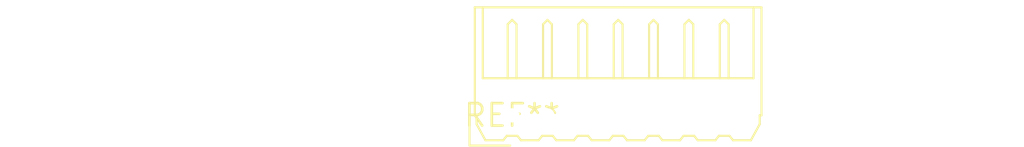
<source format=kicad_pcb>
(kicad_pcb (version 20240108) (generator pcbnew)
  (layers (0 "F.Cu" signal) (31 "B.Cu" signal) (34 "B.Paste" user) (35 "F.Paste" user) (36 "B.SilkS" user "B.Silkscreen") (37 "F.SilkS" user "F.Silkscreen") (38 "B.Mask" user) (39 "F.Mask" user) (44 "Edge.Cuts" user))
  (net 0 "")
  (footprint "Molex_Micro-Latch_53254-0770_1x07_P2.00mm_Horizontal" (layer "F.Cu") (at 0 0)
    (property "Reference" "REF**")
    (property "Value" "Molex_Micro-Latch_53254-0770_1x07_P2.00mm_Horizontal")
    (fp_line (start -2.41 1.71) (end -2.41 -0.59) (layer "F.SilkS") (stroke (width 0.12)))
    (fp_line (start -2.11 -6.11) (end 6 -6.11) (layer "F.SilkS") (stroke (width 0.12)))
    (fp_line (start -2.11 0) (end -2.11 -6.11) (layer "F.SilkS") (stroke (width 0.12)))
    (fp_line (start -2.01 0) (end -2.11 0) (layer "F.SilkS") (stroke (width 0.12)))
    (fp_line (start -2.01 0.5) (end -2.01 0) (layer "F.SilkS") (stroke (width 0.12)))
    (fp_line (start -1.66 -6.11) (end -1.66 -2.1) (layer "F.SilkS") (stroke (width 0.12)))
    (fp_line (start -1.66 -2.1) (end 13.66 -2.1) (layer "F.SilkS") (stroke (width 0.12)))
    (fp_line (start -1.51 1.41) (end -2.01 0.5) (layer "F.SilkS") (stroke (width 0.12)))
    (fp_line (start -0.5 1.41) (end -1.51 1.41) (layer "F.SilkS") (stroke (width 0.12)))
    (fp_line (start -0.3 1.16) (end -0.5 1.41) (layer "F.SilkS") (stroke (width 0.12)))
    (fp_line (start -0.3 1.16) (end 0.3 1.16) (layer "F.SilkS") (stroke (width 0.12)))
    (fp_line (start -0.25 -5.15) (end 0 -5.4) (layer "F.SilkS") (stroke (width 0.12)))
    (fp_line (start -0.25 -2.1) (end -0.25 -5.15) (layer "F.SilkS") (stroke (width 0.12)))
    (fp_line (start -0.11 1.71) (end -2.41 1.71) (layer "F.SilkS") (stroke (width 0.12)))
    (fp_line (start 0 -5.4) (end 0.25 -5.15) (layer "F.SilkS") (stroke (width 0.12)))
    (fp_line (start 0.25 -5.15) (end 0.25 -2.1) (layer "F.SilkS") (stroke (width 0.12)))
    (fp_line (start 0.3 1.16) (end 0.5 1.41) (layer "F.SilkS") (stroke (width 0.12)))
    (fp_line (start 0.5 1.41) (end 1.5 1.41) (layer "F.SilkS") (stroke (width 0.12)))
    (fp_line (start 1.5 1.41) (end 1.7 1.16) (layer "F.SilkS") (stroke (width 0.12)))
    (fp_line (start 1.7 1.16) (end 2.3 1.16) (layer "F.SilkS") (stroke (width 0.12)))
    (fp_line (start 1.75 -5.15) (end 2 -5.4) (layer "F.SilkS") (stroke (width 0.12)))
    (fp_line (start 1.75 -2.1) (end 1.75 -5.15) (layer "F.SilkS") (stroke (width 0.12)))
    (fp_line (start 2 -5.4) (end 2.25 -5.15) (layer "F.SilkS") (stroke (width 0.12)))
    (fp_line (start 2.25 -5.15) (end 2.25 -2.1) (layer "F.SilkS") (stroke (width 0.12)))
    (fp_line (start 2.3 1.16) (end 2.5 1.41) (layer "F.SilkS") (stroke (width 0.12)))
    (fp_line (start 2.5 1.41) (end 3.5 1.41) (layer "F.SilkS") (stroke (width 0.12)))
    (fp_line (start 3.5 1.41) (end 3.7 1.16) (layer "F.SilkS") (stroke (width 0.12)))
    (fp_line (start 3.7 1.16) (end 4.3 1.16) (layer "F.SilkS") (stroke (width 0.12)))
    (fp_line (start 3.75 -5.15) (end 4 -5.4) (layer "F.SilkS") (stroke (width 0.12)))
    (fp_line (start 3.75 -2.1) (end 3.75 -5.15) (layer "F.SilkS") (stroke (width 0.12)))
    (fp_line (start 4 -5.4) (end 4.25 -5.15) (layer "F.SilkS") (stroke (width 0.12)))
    (fp_line (start 4.25 -5.15) (end 4.25 -2.1) (layer "F.SilkS") (stroke (width 0.12)))
    (fp_line (start 4.3 1.16) (end 4.5 1.41) (layer "F.SilkS") (stroke (width 0.12)))
    (fp_line (start 4.5 1.41) (end 5.5 1.41) (layer "F.SilkS") (stroke (width 0.12)))
    (fp_line (start 5.5 1.41) (end 5.7 1.16) (layer "F.SilkS") (stroke (width 0.12)))
    (fp_line (start 5.7 1.16) (end 6.3 1.16) (layer "F.SilkS") (stroke (width 0.12)))
    (fp_line (start 5.75 -5.15) (end 6 -5.4) (layer "F.SilkS") (stroke (width 0.12)))
    (fp_line (start 5.75 -2.1) (end 5.75 -5.15) (layer "F.SilkS") (stroke (width 0.12)))
    (fp_line (start 6 -5.4) (end 6.25 -5.15) (layer "F.SilkS") (stroke (width 0.12)))
    (fp_line (start 6.25 -5.15) (end 6.25 -2.1) (layer "F.SilkS") (stroke (width 0.12)))
    (fp_line (start 6.3 1.16) (end 6.5 1.41) (layer "F.SilkS") (stroke (width 0.12)))
    (fp_line (start 6.5 1.41) (end 7.5 1.41) (layer "F.SilkS") (stroke (width 0.12)))
    (fp_line (start 7.5 1.41) (end 7.7 1.16) (layer "F.SilkS") (stroke (width 0.12)))
    (fp_line (start 7.7 1.16) (end 8.3 1.16) (layer "F.SilkS") (stroke (width 0.12)))
    (fp_line (start 7.75 -5.15) (end 8 -5.4) (layer "F.SilkS") (stroke (width 0.12)))
    (fp_line (start 7.75 -2.1) (end 7.75 -5.15) (layer "F.SilkS") (stroke (width 0.12)))
    (fp_line (start 8 -5.4) (end 8.25 -5.15) (layer "F.SilkS") (stroke (width 0.12)))
    (fp_line (start 8.25 -5.15) (end 8.25 -2.1) (layer "F.SilkS") (stroke (width 0.12)))
    (fp_line (start 8.3 1.16) (end 8.5 1.41) (layer "F.SilkS") (stroke (width 0.12)))
    (fp_line (start 8.5 1.41) (end 9.5 1.41) (layer "F.SilkS") (stroke (width 0.12)))
    (fp_line (start 9.5 1.41) (end 9.7 1.16) (layer "F.SilkS") (stroke (width 0.12)))
    (fp_line (start 9.7 1.16) (end 10.3 1.16) (layer "F.SilkS") (stroke (width 0.12)))
    (fp_line (start 9.75 -5.15) (end 10 -5.4) (layer "F.SilkS") (stroke (width 0.12)))
    (fp_line (start 9.75 -2.1) (end 9.75 -5.15) (layer "F.SilkS") (stroke (width 0.12)))
    (fp_line (start 10 -5.4) (end 10.25 -5.15) (layer "F.SilkS") (stroke (width 0.12)))
    (fp_line (start 10.25 -5.15) (end 10.25 -2.1) (layer "F.SilkS") (stroke (width 0.12)))
    (fp_line (start 10.3 1.16) (end 10.5 1.41) (layer "F.SilkS") (stroke (width 0.12)))
    (fp_line (start 10.5 1.41) (end 11.5 1.41) (layer "F.SilkS") (stroke (width 0.12)))
    (fp_line (start 11.5 1.41) (end 11.7 1.16) (layer "F.SilkS") (stroke (width 0.12)))
    (fp_line (start 11.7 1.16) (end 12.3 1.16) (layer "F.SilkS") (stroke (width 0.12)))
    (fp_line (start 11.75 -5.15) (end 12 -5.4) (layer "F.SilkS") (stroke (width 0.12)))
    (fp_line (start 11.75 -2.1) (end 11.75 -5.15) (layer "F.SilkS") (stroke (width 0.12)))
    (fp_line (start 12 -5.4) (end 12.25 -5.15) (layer "F.SilkS") (stroke (width 0.12)))
    (fp_line (start 12.25 -5.15) (end 12.25 -2.1) (layer "F.SilkS") (stroke (width 0.12)))
    (fp_line (start 12.3 1.16) (end 12.5 1.41) (layer "F.SilkS") (stroke (width 0.12)))
    (fp_line (start 12.5 1.41) (end 13.51 1.41) (layer "F.SilkS") (stroke (width 0.12)))
    (fp_line (start 13.51 1.41) (end 14.01 0.5) (layer "F.SilkS") (stroke (width 0.12)))
    (fp_line (start 13.66 -2.1) (end 13.66 -6.11) (layer "F.SilkS") (stroke (width 0.12)))
    (fp_line (start 14.01 0) (end 14.11 0) (layer "F.SilkS") (stroke (width 0.12)))
    (fp_line (start 14.01 0.5) (end 14.01 0) (layer "F.SilkS") (stroke (width 0.12)))
    (fp_line (start 14.11 -6.11) (end 6 -6.11) (layer "F.SilkS") (stroke (width 0.12)))
    (fp_line (start 14.11 0) (end 14.11 -6.11) (layer "F.SilkS") (stroke (width 0.12)))
    (pad "1" thru_hole roundrect (at 0 0) (size 1.2 1.8) (drill 0.8) (layers *.Cu *.Mask) (remove_unused_layers) (roundrect_rratio 0.208333))
    (pad "2" thru_hole oval (at 2 0) (size 1.2 1.8) (drill 0.8) (layers *.Cu *.Mask) (remove_unused_layers))
    (pad "3" thru_hole oval (at 4 0) (size 1.2 1.8) (drill 0.8) (layers *.Cu *.Mask) (remove_unused_layers))
    (pad "4" thru_hole oval (at 6 0) (size 1.2 1.8) (drill 0.8) (layers *.Cu *.Mask) (remove_unused_layers))
    (pad "5" thru_hole oval (at 8 0) (size 1.2 1.8) (drill 0.8) (layers *.Cu *.Mask) (remove_unused_layers))
    (pad "6" thru_hole oval (at 10 0) (size 1.2 1.8) (drill 0.8) (layers *.Cu *.Mask) (remove_unused_layers))
    (pad "7" thru_hole oval (at 12 0) (size 1.2 1.8) (drill 0.8) (layers *.Cu *.Mask) (remove_unused_layers))
  )
)
</source>
